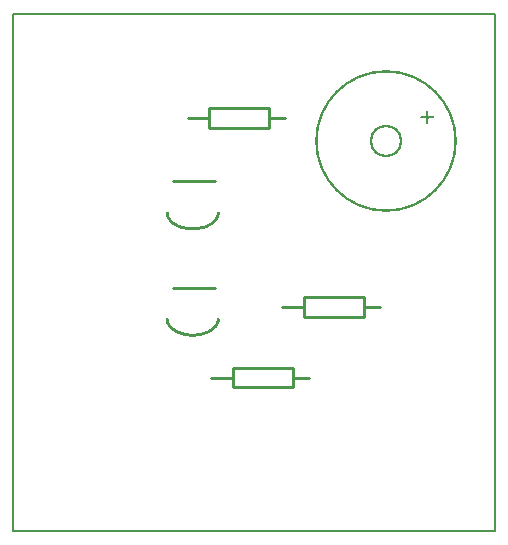
<source format=gto>
G04 MADE WITH FRITZING*
G04 WWW.FRITZING.ORG*
G04 SINGLE SIDED*
G04 HOLES NOT PLATED*
G04 CONTOUR ON CENTER OF CONTOUR VECTOR*
%ASAXBY*%
%FSLAX23Y23*%
%MOIN*%
%OFA0B0*%
%SFA1.0B1.0*%
%ADD10C,0.472568X0.456568*%
%ADD11C,0.108000X0.092*%
%ADD12R,1.614170X1.732280X1.598170X1.716280*%
%ADD13C,0.008000*%
%ADD14C,0.010000*%
%ADD15R,0.001000X0.001000*%
%LNSILK1*%
G90*
G70*
G54D10*
X1246Y1302D03*
G54D11*
X1246Y1302D03*
G54D13*
X4Y1728D02*
X1610Y1728D01*
X1610Y4D01*
X4Y4D01*
X4Y1728D01*
D02*
G54D14*
X535Y1169D02*
X675Y1169D01*
D02*
X535Y815D02*
X675Y815D01*
D02*
X663Y515D02*
X735Y515D01*
D02*
X935Y515D02*
X988Y515D01*
D02*
X735Y548D02*
X935Y548D01*
D02*
X935Y548D02*
X935Y482D01*
D02*
X935Y482D02*
X735Y482D01*
D02*
X735Y482D02*
X735Y548D01*
D02*
X900Y751D02*
X972Y751D01*
D02*
X1172Y751D02*
X1225Y751D01*
D02*
X972Y784D02*
X1172Y784D01*
D02*
X1172Y784D02*
X1172Y718D01*
D02*
X1172Y718D02*
X972Y718D01*
D02*
X972Y718D02*
X972Y784D01*
D02*
X585Y1381D02*
X657Y1381D01*
D02*
X857Y1381D02*
X910Y1381D01*
D02*
X657Y1414D02*
X857Y1414D01*
D02*
X857Y1414D02*
X857Y1348D01*
D02*
X857Y1348D02*
X657Y1348D01*
D02*
X657Y1348D02*
X657Y1414D01*
G54D15*
X1382Y1405D02*
X1384Y1405D01*
X1381Y1404D02*
X1386Y1404D01*
X1380Y1403D02*
X1387Y1403D01*
X1379Y1402D02*
X1387Y1402D01*
X1379Y1401D02*
X1387Y1401D01*
X1379Y1400D02*
X1387Y1400D01*
X1379Y1399D02*
X1387Y1399D01*
X1379Y1398D02*
X1387Y1398D01*
X1379Y1397D02*
X1387Y1397D01*
X1379Y1396D02*
X1387Y1396D01*
X1379Y1395D02*
X1387Y1395D01*
X1379Y1394D02*
X1387Y1394D01*
X1379Y1393D02*
X1387Y1393D01*
X1379Y1392D02*
X1387Y1392D01*
X1379Y1391D02*
X1387Y1391D01*
X1379Y1390D02*
X1387Y1390D01*
X1379Y1389D02*
X1387Y1389D01*
X1379Y1388D02*
X1387Y1388D01*
X1364Y1387D02*
X1402Y1387D01*
X1363Y1386D02*
X1404Y1386D01*
X1362Y1385D02*
X1405Y1385D01*
X1361Y1384D02*
X1405Y1384D01*
X1361Y1383D02*
X1405Y1383D01*
X1361Y1382D02*
X1405Y1382D01*
X1361Y1381D02*
X1405Y1381D01*
X1362Y1380D02*
X1404Y1380D01*
X1363Y1379D02*
X1403Y1379D01*
X1379Y1378D02*
X1388Y1378D01*
X1379Y1377D02*
X1387Y1377D01*
X1379Y1376D02*
X1387Y1376D01*
X1379Y1375D02*
X1387Y1375D01*
X1379Y1374D02*
X1387Y1374D01*
X1379Y1373D02*
X1387Y1373D01*
X1379Y1372D02*
X1387Y1372D01*
X1379Y1371D02*
X1387Y1371D01*
X1379Y1370D02*
X1387Y1370D01*
X1379Y1369D02*
X1387Y1369D01*
X1379Y1368D02*
X1387Y1368D01*
X1379Y1367D02*
X1387Y1367D01*
X1379Y1366D02*
X1387Y1366D01*
X1379Y1365D02*
X1387Y1365D01*
X1379Y1364D02*
X1387Y1364D01*
X1380Y1363D02*
X1387Y1363D01*
X1380Y1362D02*
X1386Y1362D01*
X1381Y1361D02*
X1385Y1361D01*
X686Y1068D02*
X687Y1068D01*
X515Y1067D02*
X519Y1067D01*
X684Y1067D02*
X689Y1067D01*
X514Y1066D02*
X520Y1066D01*
X683Y1066D02*
X690Y1066D01*
X513Y1065D02*
X521Y1065D01*
X683Y1065D02*
X691Y1065D01*
X513Y1064D02*
X521Y1064D01*
X682Y1064D02*
X691Y1064D01*
X513Y1063D02*
X521Y1063D01*
X682Y1063D02*
X691Y1063D01*
X513Y1062D02*
X522Y1062D01*
X682Y1062D02*
X691Y1062D01*
X513Y1061D02*
X522Y1061D01*
X682Y1061D02*
X691Y1061D01*
X513Y1060D02*
X522Y1060D01*
X682Y1060D02*
X691Y1060D01*
X513Y1059D02*
X522Y1059D01*
X682Y1059D02*
X691Y1059D01*
X513Y1058D02*
X522Y1058D01*
X682Y1058D02*
X691Y1058D01*
X513Y1057D02*
X522Y1057D01*
X681Y1057D02*
X691Y1057D01*
X513Y1056D02*
X522Y1056D01*
X681Y1056D02*
X690Y1056D01*
X513Y1055D02*
X523Y1055D01*
X681Y1055D02*
X690Y1055D01*
X514Y1054D02*
X523Y1054D01*
X681Y1054D02*
X690Y1054D01*
X514Y1053D02*
X523Y1053D01*
X680Y1053D02*
X690Y1053D01*
X514Y1052D02*
X524Y1052D01*
X680Y1052D02*
X689Y1052D01*
X515Y1051D02*
X524Y1051D01*
X680Y1051D02*
X689Y1051D01*
X515Y1050D02*
X525Y1050D01*
X679Y1050D02*
X689Y1050D01*
X515Y1049D02*
X525Y1049D01*
X679Y1049D02*
X688Y1049D01*
X516Y1048D02*
X526Y1048D01*
X678Y1048D02*
X688Y1048D01*
X516Y1047D02*
X526Y1047D01*
X677Y1047D02*
X687Y1047D01*
X517Y1046D02*
X527Y1046D01*
X677Y1046D02*
X687Y1046D01*
X517Y1045D02*
X528Y1045D01*
X676Y1045D02*
X686Y1045D01*
X518Y1044D02*
X528Y1044D01*
X675Y1044D02*
X686Y1044D01*
X518Y1043D02*
X529Y1043D01*
X675Y1043D02*
X685Y1043D01*
X519Y1042D02*
X530Y1042D01*
X674Y1042D02*
X685Y1042D01*
X520Y1041D02*
X531Y1041D01*
X673Y1041D02*
X684Y1041D01*
X520Y1040D02*
X532Y1040D01*
X672Y1040D02*
X683Y1040D01*
X521Y1039D02*
X533Y1039D01*
X671Y1039D02*
X683Y1039D01*
X522Y1038D02*
X534Y1038D01*
X670Y1038D02*
X682Y1038D01*
X522Y1037D02*
X535Y1037D01*
X669Y1037D02*
X681Y1037D01*
X523Y1036D02*
X536Y1036D01*
X668Y1036D02*
X680Y1036D01*
X524Y1035D02*
X537Y1035D01*
X666Y1035D02*
X680Y1035D01*
X525Y1034D02*
X539Y1034D01*
X665Y1034D02*
X679Y1034D01*
X526Y1033D02*
X540Y1033D01*
X664Y1033D02*
X678Y1033D01*
X527Y1032D02*
X541Y1032D01*
X662Y1032D02*
X677Y1032D01*
X528Y1031D02*
X543Y1031D01*
X661Y1031D02*
X676Y1031D01*
X529Y1030D02*
X544Y1030D01*
X659Y1030D02*
X675Y1030D01*
X530Y1029D02*
X546Y1029D01*
X657Y1029D02*
X674Y1029D01*
X531Y1028D02*
X548Y1028D01*
X656Y1028D02*
X672Y1028D01*
X532Y1027D02*
X550Y1027D01*
X654Y1027D02*
X671Y1027D01*
X534Y1026D02*
X552Y1026D01*
X652Y1026D02*
X670Y1026D01*
X535Y1025D02*
X554Y1025D01*
X650Y1025D02*
X669Y1025D01*
X536Y1024D02*
X556Y1024D01*
X647Y1024D02*
X667Y1024D01*
X538Y1023D02*
X559Y1023D01*
X645Y1023D02*
X666Y1023D01*
X539Y1022D02*
X562Y1022D01*
X642Y1022D02*
X664Y1022D01*
X541Y1021D02*
X565Y1021D01*
X639Y1021D02*
X663Y1021D01*
X543Y1020D02*
X568Y1020D01*
X636Y1020D02*
X661Y1020D01*
X545Y1019D02*
X572Y1019D01*
X632Y1019D02*
X659Y1019D01*
X546Y1018D02*
X576Y1018D01*
X627Y1018D02*
X657Y1018D01*
X549Y1017D02*
X582Y1017D01*
X621Y1017D02*
X655Y1017D01*
X551Y1016D02*
X592Y1016D01*
X612Y1016D02*
X653Y1016D01*
X553Y1015D02*
X651Y1015D01*
X556Y1014D02*
X648Y1014D01*
X558Y1013D02*
X645Y1013D01*
X561Y1012D02*
X642Y1012D01*
X565Y1011D02*
X639Y1011D01*
X568Y1010D02*
X636Y1010D01*
X572Y1009D02*
X631Y1009D01*
X577Y1008D02*
X627Y1008D01*
X583Y1007D02*
X621Y1007D01*
X592Y1006D02*
X612Y1006D01*
X516Y713D02*
X518Y713D01*
X684Y713D02*
X689Y713D01*
X514Y712D02*
X520Y712D01*
X683Y712D02*
X690Y712D01*
X513Y711D02*
X521Y711D01*
X683Y711D02*
X691Y711D01*
X513Y710D02*
X521Y710D01*
X682Y710D02*
X691Y710D01*
X513Y709D02*
X521Y709D01*
X682Y709D02*
X691Y709D01*
X513Y708D02*
X522Y708D01*
X682Y708D02*
X691Y708D01*
X513Y707D02*
X522Y707D01*
X682Y707D02*
X691Y707D01*
X513Y706D02*
X522Y706D01*
X682Y706D02*
X691Y706D01*
X513Y705D02*
X522Y705D01*
X682Y705D02*
X691Y705D01*
X513Y704D02*
X522Y704D01*
X682Y704D02*
X691Y704D01*
X513Y703D02*
X522Y703D01*
X682Y703D02*
X691Y703D01*
X513Y702D02*
X522Y702D01*
X681Y702D02*
X691Y702D01*
X513Y701D02*
X523Y701D01*
X681Y701D02*
X690Y701D01*
X514Y700D02*
X523Y700D01*
X681Y700D02*
X690Y700D01*
X514Y699D02*
X523Y699D01*
X680Y699D02*
X690Y699D01*
X514Y698D02*
X524Y698D01*
X680Y698D02*
X690Y698D01*
X514Y697D02*
X524Y697D01*
X680Y697D02*
X689Y697D01*
X515Y696D02*
X524Y696D01*
X679Y696D02*
X689Y696D01*
X515Y695D02*
X525Y695D01*
X679Y695D02*
X688Y695D01*
X516Y694D02*
X525Y694D01*
X678Y694D02*
X688Y694D01*
X516Y693D02*
X526Y693D01*
X678Y693D02*
X688Y693D01*
X517Y692D02*
X527Y692D01*
X677Y692D02*
X687Y692D01*
X517Y691D02*
X527Y691D01*
X676Y691D02*
X687Y691D01*
X518Y690D02*
X528Y690D01*
X676Y690D02*
X686Y690D01*
X518Y689D02*
X529Y689D01*
X675Y689D02*
X685Y689D01*
X519Y688D02*
X530Y688D01*
X674Y688D02*
X685Y688D01*
X519Y687D02*
X531Y687D01*
X673Y687D02*
X684Y687D01*
X520Y686D02*
X531Y686D01*
X672Y686D02*
X684Y686D01*
X521Y685D02*
X532Y685D01*
X671Y685D02*
X683Y685D01*
X521Y684D02*
X533Y684D01*
X670Y684D02*
X682Y684D01*
X522Y683D02*
X535Y683D01*
X669Y683D02*
X681Y683D01*
X523Y682D02*
X536Y682D01*
X668Y682D02*
X681Y682D01*
X524Y681D02*
X537Y681D01*
X667Y681D02*
X680Y681D01*
X525Y680D02*
X538Y680D01*
X665Y680D02*
X679Y680D01*
X526Y679D02*
X540Y679D01*
X664Y679D02*
X678Y679D01*
X527Y678D02*
X541Y678D01*
X663Y678D02*
X677Y678D01*
X528Y677D02*
X543Y677D01*
X661Y677D02*
X676Y677D01*
X529Y676D02*
X544Y676D01*
X660Y676D02*
X675Y676D01*
X530Y675D02*
X546Y675D01*
X658Y675D02*
X674Y675D01*
X531Y674D02*
X548Y674D01*
X656Y674D02*
X673Y674D01*
X532Y673D02*
X549Y673D01*
X654Y673D02*
X672Y673D01*
X533Y672D02*
X551Y672D01*
X652Y672D02*
X670Y672D01*
X535Y671D02*
X554Y671D01*
X650Y671D02*
X669Y671D01*
X536Y670D02*
X556Y670D01*
X648Y670D02*
X668Y670D01*
X538Y669D02*
X558Y669D01*
X645Y669D02*
X666Y669D01*
X539Y668D02*
X561Y668D01*
X643Y668D02*
X665Y668D01*
X541Y667D02*
X564Y667D01*
X640Y667D02*
X663Y667D01*
X542Y666D02*
X567Y666D01*
X637Y666D02*
X661Y666D01*
X544Y665D02*
X571Y665D01*
X633Y665D02*
X660Y665D01*
X546Y664D02*
X575Y664D01*
X629Y664D02*
X658Y664D01*
X548Y663D02*
X581Y663D01*
X623Y663D02*
X656Y663D01*
X550Y662D02*
X588Y662D01*
X615Y662D02*
X653Y662D01*
X552Y661D02*
X651Y661D01*
X555Y660D02*
X649Y660D01*
X558Y659D02*
X646Y659D01*
X560Y658D02*
X643Y658D01*
X564Y657D02*
X640Y657D01*
X567Y656D02*
X637Y656D01*
X571Y655D02*
X633Y655D01*
X576Y654D02*
X628Y654D01*
X581Y653D02*
X622Y653D01*
X589Y652D02*
X614Y652D01*
D02*
G04 End of Silk1*
M02*
</source>
